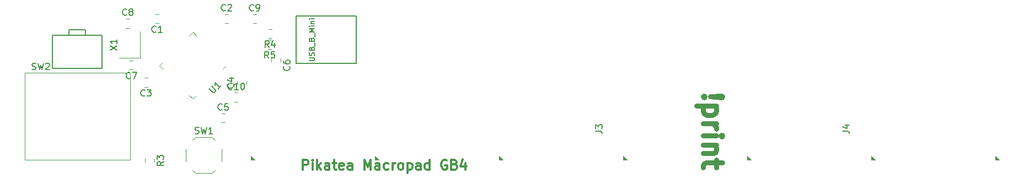
<source format=gbr>
%TF.GenerationSoftware,KiCad,Pcbnew,(5.1.6)-1*%
%TF.CreationDate,2022-02-11T00:07:08-06:00*%
%TF.ProjectId,Pikatea Macropad GB4,50696b61-7465-4612-904d-6163726f7061,rev?*%
%TF.SameCoordinates,Original*%
%TF.FileFunction,Legend,Top*%
%TF.FilePolarity,Positive*%
%FSLAX46Y46*%
G04 Gerber Fmt 4.6, Leading zero omitted, Abs format (unit mm)*
G04 Created by KiCad (PCBNEW (5.1.6)-1) date 2022-02-11 00:07:08*
%MOMM*%
%LPD*%
G01*
G04 APERTURE LIST*
%ADD10C,0.750000*%
%ADD11C,0.300000*%
%ADD12C,0.100000*%
%ADD13C,0.120000*%
%ADD14C,0.200000*%
%ADD15C,0.203200*%
%ADD16C,0.150000*%
G04 APERTURE END LIST*
D10*
X196728571Y-101885714D02*
X196585714Y-102028571D01*
X196442857Y-101885714D01*
X196585714Y-101742857D01*
X196728571Y-101885714D01*
X196442857Y-101885714D01*
X197585714Y-101885714D02*
X199300000Y-101742857D01*
X199442857Y-101885714D01*
X199300000Y-102028571D01*
X197585714Y-101885714D01*
X199442857Y-101885714D01*
X198442857Y-103314285D02*
X195442857Y-103314285D01*
X198300000Y-103314285D02*
X198442857Y-103600000D01*
X198442857Y-104171428D01*
X198300000Y-104457142D01*
X198157142Y-104600000D01*
X197871428Y-104742857D01*
X197014285Y-104742857D01*
X196728571Y-104600000D01*
X196585714Y-104457142D01*
X196442857Y-104171428D01*
X196442857Y-103600000D01*
X196585714Y-103314285D01*
X196442857Y-106028571D02*
X198442857Y-106028571D01*
X197871428Y-106028571D02*
X198157142Y-106171428D01*
X198300000Y-106314285D01*
X198442857Y-106600000D01*
X198442857Y-106885714D01*
X196442857Y-107885714D02*
X198442857Y-107885714D01*
X199442857Y-107885714D02*
X199300000Y-107742857D01*
X199157142Y-107885714D01*
X199300000Y-108028571D01*
X199442857Y-107885714D01*
X199157142Y-107885714D01*
X198442857Y-109314285D02*
X196442857Y-109314285D01*
X198157142Y-109314285D02*
X198300000Y-109457142D01*
X198442857Y-109742857D01*
X198442857Y-110171428D01*
X198300000Y-110457142D01*
X198014285Y-110600000D01*
X196442857Y-110600000D01*
X198442857Y-111600000D02*
X198442857Y-112742857D01*
X199442857Y-112028571D02*
X196871428Y-112028571D01*
X196585714Y-112171428D01*
X196442857Y-112457142D01*
X196442857Y-112742857D01*
D11*
X135000000Y-113078571D02*
X135000000Y-111578571D01*
X135571428Y-111578571D01*
X135714285Y-111650000D01*
X135785714Y-111721428D01*
X135857142Y-111864285D01*
X135857142Y-112078571D01*
X135785714Y-112221428D01*
X135714285Y-112292857D01*
X135571428Y-112364285D01*
X135000000Y-112364285D01*
X136500000Y-113078571D02*
X136500000Y-112078571D01*
X136500000Y-111578571D02*
X136428571Y-111650000D01*
X136500000Y-111721428D01*
X136571428Y-111650000D01*
X136500000Y-111578571D01*
X136500000Y-111721428D01*
X137214285Y-113078571D02*
X137214285Y-111578571D01*
X137357142Y-112507142D02*
X137785714Y-113078571D01*
X137785714Y-112078571D02*
X137214285Y-112650000D01*
X139071428Y-113078571D02*
X139071428Y-112292857D01*
X139000000Y-112150000D01*
X138857142Y-112078571D01*
X138571428Y-112078571D01*
X138428571Y-112150000D01*
X139071428Y-113007142D02*
X138928571Y-113078571D01*
X138571428Y-113078571D01*
X138428571Y-113007142D01*
X138357142Y-112864285D01*
X138357142Y-112721428D01*
X138428571Y-112578571D01*
X138571428Y-112507142D01*
X138928571Y-112507142D01*
X139071428Y-112435714D01*
X139571428Y-112078571D02*
X140142857Y-112078571D01*
X139785714Y-111578571D02*
X139785714Y-112864285D01*
X139857142Y-113007142D01*
X140000000Y-113078571D01*
X140142857Y-113078571D01*
X141214285Y-113007142D02*
X141071428Y-113078571D01*
X140785714Y-113078571D01*
X140642857Y-113007142D01*
X140571428Y-112864285D01*
X140571428Y-112292857D01*
X140642857Y-112150000D01*
X140785714Y-112078571D01*
X141071428Y-112078571D01*
X141214285Y-112150000D01*
X141285714Y-112292857D01*
X141285714Y-112435714D01*
X140571428Y-112578571D01*
X142571428Y-113078571D02*
X142571428Y-112292857D01*
X142500000Y-112150000D01*
X142357142Y-112078571D01*
X142071428Y-112078571D01*
X141928571Y-112150000D01*
X142571428Y-113007142D02*
X142428571Y-113078571D01*
X142071428Y-113078571D01*
X141928571Y-113007142D01*
X141857142Y-112864285D01*
X141857142Y-112721428D01*
X141928571Y-112578571D01*
X142071428Y-112507142D01*
X142428571Y-112507142D01*
X142571428Y-112435714D01*
X144428571Y-113078571D02*
X144428571Y-111578571D01*
X144928571Y-112650000D01*
X145428571Y-111578571D01*
X145428571Y-113078571D01*
X146785714Y-113078571D02*
X146785714Y-112292857D01*
X146714285Y-112150000D01*
X146571428Y-112078571D01*
X146285714Y-112078571D01*
X146142857Y-112150000D01*
X146785714Y-113007142D02*
X146642857Y-113078571D01*
X146285714Y-113078571D01*
X146142857Y-113007142D01*
X146071428Y-112864285D01*
X146071428Y-112721428D01*
X146142857Y-112578571D01*
X146285714Y-112507142D01*
X146642857Y-112507142D01*
X146785714Y-112435714D01*
X148142857Y-113007142D02*
X148000000Y-113078571D01*
X147714285Y-113078571D01*
X147571428Y-113007142D01*
X147500000Y-112935714D01*
X147428571Y-112792857D01*
X147428571Y-112364285D01*
X147500000Y-112221428D01*
X147571428Y-112150000D01*
X147714285Y-112078571D01*
X148000000Y-112078571D01*
X148142857Y-112150000D01*
X148785714Y-113078571D02*
X148785714Y-112078571D01*
X148785714Y-112364285D02*
X148857142Y-112221428D01*
X148928571Y-112150000D01*
X149071428Y-112078571D01*
X149214285Y-112078571D01*
X149928571Y-113078571D02*
X149785714Y-113007142D01*
X149714285Y-112935714D01*
X149642857Y-112792857D01*
X149642857Y-112364285D01*
X149714285Y-112221428D01*
X149785714Y-112150000D01*
X149928571Y-112078571D01*
X150142857Y-112078571D01*
X150285714Y-112150000D01*
X150357142Y-112221428D01*
X150428571Y-112364285D01*
X150428571Y-112792857D01*
X150357142Y-112935714D01*
X150285714Y-113007142D01*
X150142857Y-113078571D01*
X149928571Y-113078571D01*
X151071428Y-112078571D02*
X151071428Y-113578571D01*
X151071428Y-112150000D02*
X151214285Y-112078571D01*
X151500000Y-112078571D01*
X151642857Y-112150000D01*
X151714285Y-112221428D01*
X151785714Y-112364285D01*
X151785714Y-112792857D01*
X151714285Y-112935714D01*
X151642857Y-113007142D01*
X151500000Y-113078571D01*
X151214285Y-113078571D01*
X151071428Y-113007142D01*
X153071428Y-113078571D02*
X153071428Y-112292857D01*
X153000000Y-112150000D01*
X152857142Y-112078571D01*
X152571428Y-112078571D01*
X152428571Y-112150000D01*
X153071428Y-113007142D02*
X152928571Y-113078571D01*
X152571428Y-113078571D01*
X152428571Y-113007142D01*
X152357142Y-112864285D01*
X152357142Y-112721428D01*
X152428571Y-112578571D01*
X152571428Y-112507142D01*
X152928571Y-112507142D01*
X153071428Y-112435714D01*
X154428571Y-113078571D02*
X154428571Y-111578571D01*
X154428571Y-113007142D02*
X154285714Y-113078571D01*
X154000000Y-113078571D01*
X153857142Y-113007142D01*
X153785714Y-112935714D01*
X153714285Y-112792857D01*
X153714285Y-112364285D01*
X153785714Y-112221428D01*
X153857142Y-112150000D01*
X154000000Y-112078571D01*
X154285714Y-112078571D01*
X154428571Y-112150000D01*
X157071428Y-111650000D02*
X156928571Y-111578571D01*
X156714285Y-111578571D01*
X156500000Y-111650000D01*
X156357142Y-111792857D01*
X156285714Y-111935714D01*
X156214285Y-112221428D01*
X156214285Y-112435714D01*
X156285714Y-112721428D01*
X156357142Y-112864285D01*
X156500000Y-113007142D01*
X156714285Y-113078571D01*
X156857142Y-113078571D01*
X157071428Y-113007142D01*
X157142857Y-112935714D01*
X157142857Y-112435714D01*
X156857142Y-112435714D01*
X158285714Y-112292857D02*
X158500000Y-112364285D01*
X158571428Y-112435714D01*
X158642857Y-112578571D01*
X158642857Y-112792857D01*
X158571428Y-112935714D01*
X158500000Y-113007142D01*
X158357142Y-113078571D01*
X157785714Y-113078571D01*
X157785714Y-111578571D01*
X158285714Y-111578571D01*
X158428571Y-111650000D01*
X158500000Y-111721428D01*
X158571428Y-111864285D01*
X158571428Y-112007142D01*
X158500000Y-112150000D01*
X158428571Y-112221428D01*
X158285714Y-112292857D01*
X157785714Y-112292857D01*
X159928571Y-112078571D02*
X159928571Y-113078571D01*
X159571428Y-111507142D02*
X159214285Y-112578571D01*
X160142857Y-112578571D01*
D12*
%TO.C,D5*%
G36*
X203250000Y-110970000D02*
G01*
X203250000Y-111570000D01*
X203850000Y-111570000D01*
X203250000Y-110970000D01*
G37*
X203250000Y-110970000D02*
X203250000Y-111570000D01*
X203850000Y-111570000D01*
X203250000Y-110970000D01*
%TO.C,D7*%
G36*
X241350000Y-110970000D02*
G01*
X241350000Y-111570000D01*
X241950000Y-111570000D01*
X241350000Y-110970000D01*
G37*
X241350000Y-110970000D02*
X241350000Y-111570000D01*
X241950000Y-111570000D01*
X241350000Y-110970000D01*
%TO.C,D6*%
G36*
X222300000Y-110970000D02*
G01*
X222300000Y-111570000D01*
X222900000Y-111570000D01*
X222300000Y-110970000D01*
G37*
X222300000Y-110970000D02*
X222300000Y-111570000D01*
X222900000Y-111570000D01*
X222300000Y-110970000D01*
%TO.C,D4*%
G36*
X184200000Y-110970000D02*
G01*
X184200000Y-111570000D01*
X184800000Y-111570000D01*
X184200000Y-110970000D01*
G37*
X184200000Y-110970000D02*
X184200000Y-111570000D01*
X184800000Y-111570000D01*
X184200000Y-110970000D01*
%TO.C,D3*%
G36*
X165150000Y-110970000D02*
G01*
X165150000Y-111570000D01*
X165750000Y-111570000D01*
X165150000Y-110970000D01*
G37*
X165150000Y-110970000D02*
X165150000Y-111570000D01*
X165750000Y-111570000D01*
X165150000Y-110970000D01*
%TO.C,D2*%
G36*
X146100000Y-110970000D02*
G01*
X146100000Y-111570000D01*
X146700000Y-111570000D01*
X146100000Y-110970000D01*
G37*
X146100000Y-110970000D02*
X146100000Y-111570000D01*
X146700000Y-111570000D01*
X146100000Y-110970000D01*
%TO.C,D1*%
G36*
X127050000Y-110970000D02*
G01*
X127050000Y-111570000D01*
X127650000Y-111570000D01*
X127050000Y-110970000D01*
G37*
X127050000Y-110970000D02*
X127050000Y-111570000D01*
X127650000Y-111570000D01*
X127050000Y-110970000D01*
D13*
%TO.C,R5*%
X130158578Y-93140000D02*
X129641422Y-93140000D01*
X130158578Y-94560000D02*
X129641422Y-94560000D01*
%TO.C,R4*%
X130221078Y-91480000D02*
X129703922Y-91480000D01*
X130221078Y-92900000D02*
X129703922Y-92900000D01*
%TO.C,R3*%
X110796000Y-111422922D02*
X110796000Y-111940078D01*
X112216000Y-111422922D02*
X112216000Y-111940078D01*
%TO.C,C10*%
X124503922Y-102710000D02*
X125021078Y-102710000D01*
X124503922Y-101290000D02*
X125021078Y-101290000D01*
%TO.C,C9*%
X127327922Y-90626000D02*
X127845078Y-90626000D01*
X127327922Y-89206000D02*
X127845078Y-89206000D01*
%TO.C,C8*%
X107841422Y-91310000D02*
X108358578Y-91310000D01*
X107841422Y-89890000D02*
X108358578Y-89890000D01*
%TO.C,C7*%
X108892078Y-96318000D02*
X108374922Y-96318000D01*
X108892078Y-97738000D02*
X108374922Y-97738000D01*
%TO.C,C5*%
X122501922Y-105866000D02*
X123019078Y-105866000D01*
X122501922Y-104446000D02*
X123019078Y-104446000D01*
%TO.C,C4*%
X126310000Y-100021078D02*
X126310000Y-99503922D01*
X124890000Y-100021078D02*
X124890000Y-99503922D01*
%TO.C,C3*%
X111171078Y-98990000D02*
X110653922Y-98990000D01*
X111171078Y-100410000D02*
X110653922Y-100410000D01*
%TO.C,C2*%
X123009922Y-90626000D02*
X123527078Y-90626000D01*
X123009922Y-89206000D02*
X123527078Y-89206000D01*
%TO.C,C1*%
X112859078Y-89206000D02*
X112341922Y-89206000D01*
X112859078Y-90626000D02*
X112341922Y-90626000D01*
%TO.C,C6*%
X131610000Y-96028922D02*
X131610000Y-96546078D01*
X130190000Y-96028922D02*
X130190000Y-96546078D01*
%TO.C,U1*%
X122682659Y-97602652D02*
X123195311Y-97090000D01*
X112984689Y-97090000D02*
X113497341Y-97602652D01*
X113497341Y-96577348D02*
X112984689Y-97090000D01*
X118090000Y-91984689D02*
X118602652Y-92497341D01*
X117577348Y-92497341D02*
X118090000Y-91984689D01*
X118090000Y-102195311D02*
X117577348Y-101682659D01*
X118602652Y-101682659D02*
X118090000Y-102195311D01*
D14*
%TO.C,J1*%
X101600000Y-92420000D02*
X101600000Y-91620000D01*
X101600000Y-91620000D02*
X99050000Y-91620000D01*
X99050000Y-91620000D02*
X99050000Y-92420000D01*
D15*
X96540000Y-92430000D02*
X104160000Y-92430000D01*
X104160000Y-97510000D02*
X96540000Y-97510000D01*
X96540000Y-97510000D02*
X96540000Y-92430000D01*
X104160000Y-92430000D02*
X104160000Y-97510000D01*
D13*
%TO.C,SW1*%
X118536000Y-108116000D02*
X121036000Y-108116000D01*
X117036000Y-109866000D02*
X117036000Y-111866000D01*
X118536000Y-113616000D02*
X121036000Y-113616000D01*
X122536000Y-109866000D02*
X122536000Y-111866000D01*
X118086000Y-108566000D02*
X118536000Y-108116000D01*
X121486000Y-108566000D02*
X121036000Y-108116000D01*
X121486000Y-113166000D02*
X121036000Y-113616000D01*
X118086000Y-113166000D02*
X118536000Y-113616000D01*
D14*
%TO.C,J2*%
X143160000Y-89510000D02*
X133960000Y-89510000D01*
X143160000Y-96810000D02*
X143160000Y-89510000D01*
X133960000Y-96810000D02*
X143160000Y-96810000D01*
X133960000Y-89510000D02*
X133960000Y-96810000D01*
D13*
%TO.C,X1*%
X110020000Y-95896000D02*
X110020000Y-91896000D01*
X106820000Y-95896000D02*
X110020000Y-95896000D01*
%TO.C,SW2*%
X108500000Y-111600000D02*
X92300000Y-111600000D01*
X92300000Y-98200000D02*
X108500000Y-98200000D01*
X108500000Y-111600000D02*
X108500000Y-98200000D01*
X92300000Y-111600000D02*
X92300000Y-98200000D01*
%TO.C,J4*%
D16*
X217902380Y-107183333D02*
X218616666Y-107183333D01*
X218759523Y-107230952D01*
X218854761Y-107326190D01*
X218902380Y-107469047D01*
X218902380Y-107564285D01*
X218235714Y-106278571D02*
X218902380Y-106278571D01*
X217854761Y-106516666D02*
X218569047Y-106754761D01*
X218569047Y-106135714D01*
%TO.C,J3*%
X179952380Y-107183333D02*
X180666666Y-107183333D01*
X180809523Y-107230952D01*
X180904761Y-107326190D01*
X180952380Y-107469047D01*
X180952380Y-107564285D01*
X179952380Y-106802380D02*
X179952380Y-106183333D01*
X180333333Y-106516666D01*
X180333333Y-106373809D01*
X180380952Y-106278571D01*
X180428571Y-106230952D01*
X180523809Y-106183333D01*
X180761904Y-106183333D01*
X180857142Y-106230952D01*
X180904761Y-106278571D01*
X180952380Y-106373809D01*
X180952380Y-106659523D01*
X180904761Y-106754761D01*
X180857142Y-106802380D01*
%TO.C,R5*%
X129733333Y-95952380D02*
X129400000Y-95476190D01*
X129161904Y-95952380D02*
X129161904Y-94952380D01*
X129542857Y-94952380D01*
X129638095Y-95000000D01*
X129685714Y-95047619D01*
X129733333Y-95142857D01*
X129733333Y-95285714D01*
X129685714Y-95380952D01*
X129638095Y-95428571D01*
X129542857Y-95476190D01*
X129161904Y-95476190D01*
X130638095Y-94952380D02*
X130161904Y-94952380D01*
X130114285Y-95428571D01*
X130161904Y-95380952D01*
X130257142Y-95333333D01*
X130495238Y-95333333D01*
X130590476Y-95380952D01*
X130638095Y-95428571D01*
X130685714Y-95523809D01*
X130685714Y-95761904D01*
X130638095Y-95857142D01*
X130590476Y-95904761D01*
X130495238Y-95952380D01*
X130257142Y-95952380D01*
X130161904Y-95904761D01*
X130114285Y-95857142D01*
%TO.C,R4*%
X129795833Y-94292380D02*
X129462500Y-93816190D01*
X129224404Y-94292380D02*
X129224404Y-93292380D01*
X129605357Y-93292380D01*
X129700595Y-93340000D01*
X129748214Y-93387619D01*
X129795833Y-93482857D01*
X129795833Y-93625714D01*
X129748214Y-93720952D01*
X129700595Y-93768571D01*
X129605357Y-93816190D01*
X129224404Y-93816190D01*
X130652976Y-93625714D02*
X130652976Y-94292380D01*
X130414880Y-93244761D02*
X130176785Y-93959047D01*
X130795833Y-93959047D01*
%TO.C,R3*%
X113608380Y-111848166D02*
X113132190Y-112181500D01*
X113608380Y-112419595D02*
X112608380Y-112419595D01*
X112608380Y-112038642D01*
X112656000Y-111943404D01*
X112703619Y-111895785D01*
X112798857Y-111848166D01*
X112941714Y-111848166D01*
X113036952Y-111895785D01*
X113084571Y-111943404D01*
X113132190Y-112038642D01*
X113132190Y-112419595D01*
X112608380Y-111514833D02*
X112608380Y-110895785D01*
X112989333Y-111229119D01*
X112989333Y-111086261D01*
X113036952Y-110991023D01*
X113084571Y-110943404D01*
X113179809Y-110895785D01*
X113417904Y-110895785D01*
X113513142Y-110943404D01*
X113560761Y-110991023D01*
X113608380Y-111086261D01*
X113608380Y-111371976D01*
X113560761Y-111467214D01*
X113513142Y-111514833D01*
%TO.C,C10*%
X124119642Y-100707142D02*
X124072023Y-100754761D01*
X123929166Y-100802380D01*
X123833928Y-100802380D01*
X123691071Y-100754761D01*
X123595833Y-100659523D01*
X123548214Y-100564285D01*
X123500595Y-100373809D01*
X123500595Y-100230952D01*
X123548214Y-100040476D01*
X123595833Y-99945238D01*
X123691071Y-99850000D01*
X123833928Y-99802380D01*
X123929166Y-99802380D01*
X124072023Y-99850000D01*
X124119642Y-99897619D01*
X125072023Y-100802380D02*
X124500595Y-100802380D01*
X124786309Y-100802380D02*
X124786309Y-99802380D01*
X124691071Y-99945238D01*
X124595833Y-100040476D01*
X124500595Y-100088095D01*
X125691071Y-99802380D02*
X125786309Y-99802380D01*
X125881547Y-99850000D01*
X125929166Y-99897619D01*
X125976785Y-99992857D01*
X126024404Y-100183333D01*
X126024404Y-100421428D01*
X125976785Y-100611904D01*
X125929166Y-100707142D01*
X125881547Y-100754761D01*
X125786309Y-100802380D01*
X125691071Y-100802380D01*
X125595833Y-100754761D01*
X125548214Y-100707142D01*
X125500595Y-100611904D01*
X125452976Y-100421428D01*
X125452976Y-100183333D01*
X125500595Y-99992857D01*
X125548214Y-99897619D01*
X125595833Y-99850000D01*
X125691071Y-99802380D01*
%TO.C,C9*%
X127419833Y-88623142D02*
X127372214Y-88670761D01*
X127229357Y-88718380D01*
X127134119Y-88718380D01*
X126991261Y-88670761D01*
X126896023Y-88575523D01*
X126848404Y-88480285D01*
X126800785Y-88289809D01*
X126800785Y-88146952D01*
X126848404Y-87956476D01*
X126896023Y-87861238D01*
X126991261Y-87766000D01*
X127134119Y-87718380D01*
X127229357Y-87718380D01*
X127372214Y-87766000D01*
X127419833Y-87813619D01*
X127896023Y-88718380D02*
X128086500Y-88718380D01*
X128181738Y-88670761D01*
X128229357Y-88623142D01*
X128324595Y-88480285D01*
X128372214Y-88289809D01*
X128372214Y-87908857D01*
X128324595Y-87813619D01*
X128276976Y-87766000D01*
X128181738Y-87718380D01*
X127991261Y-87718380D01*
X127896023Y-87766000D01*
X127848404Y-87813619D01*
X127800785Y-87908857D01*
X127800785Y-88146952D01*
X127848404Y-88242190D01*
X127896023Y-88289809D01*
X127991261Y-88337428D01*
X128181738Y-88337428D01*
X128276976Y-88289809D01*
X128324595Y-88242190D01*
X128372214Y-88146952D01*
%TO.C,C8*%
X107933333Y-89307142D02*
X107885714Y-89354761D01*
X107742857Y-89402380D01*
X107647619Y-89402380D01*
X107504761Y-89354761D01*
X107409523Y-89259523D01*
X107361904Y-89164285D01*
X107314285Y-88973809D01*
X107314285Y-88830952D01*
X107361904Y-88640476D01*
X107409523Y-88545238D01*
X107504761Y-88450000D01*
X107647619Y-88402380D01*
X107742857Y-88402380D01*
X107885714Y-88450000D01*
X107933333Y-88497619D01*
X108504761Y-88830952D02*
X108409523Y-88783333D01*
X108361904Y-88735714D01*
X108314285Y-88640476D01*
X108314285Y-88592857D01*
X108361904Y-88497619D01*
X108409523Y-88450000D01*
X108504761Y-88402380D01*
X108695238Y-88402380D01*
X108790476Y-88450000D01*
X108838095Y-88497619D01*
X108885714Y-88592857D01*
X108885714Y-88640476D01*
X108838095Y-88735714D01*
X108790476Y-88783333D01*
X108695238Y-88830952D01*
X108504761Y-88830952D01*
X108409523Y-88878571D01*
X108361904Y-88926190D01*
X108314285Y-89021428D01*
X108314285Y-89211904D01*
X108361904Y-89307142D01*
X108409523Y-89354761D01*
X108504761Y-89402380D01*
X108695238Y-89402380D01*
X108790476Y-89354761D01*
X108838095Y-89307142D01*
X108885714Y-89211904D01*
X108885714Y-89021428D01*
X108838095Y-88926190D01*
X108790476Y-88878571D01*
X108695238Y-88830952D01*
%TO.C,C7*%
X108466833Y-99035142D02*
X108419214Y-99082761D01*
X108276357Y-99130380D01*
X108181119Y-99130380D01*
X108038261Y-99082761D01*
X107943023Y-98987523D01*
X107895404Y-98892285D01*
X107847785Y-98701809D01*
X107847785Y-98558952D01*
X107895404Y-98368476D01*
X107943023Y-98273238D01*
X108038261Y-98178000D01*
X108181119Y-98130380D01*
X108276357Y-98130380D01*
X108419214Y-98178000D01*
X108466833Y-98225619D01*
X108800166Y-98130380D02*
X109466833Y-98130380D01*
X109038261Y-99130380D01*
%TO.C,C5*%
X122593833Y-103863142D02*
X122546214Y-103910761D01*
X122403357Y-103958380D01*
X122308119Y-103958380D01*
X122165261Y-103910761D01*
X122070023Y-103815523D01*
X122022404Y-103720285D01*
X121974785Y-103529809D01*
X121974785Y-103386952D01*
X122022404Y-103196476D01*
X122070023Y-103101238D01*
X122165261Y-103006000D01*
X122308119Y-102958380D01*
X122403357Y-102958380D01*
X122546214Y-103006000D01*
X122593833Y-103053619D01*
X123498595Y-102958380D02*
X123022404Y-102958380D01*
X122974785Y-103434571D01*
X123022404Y-103386952D01*
X123117642Y-103339333D01*
X123355738Y-103339333D01*
X123450976Y-103386952D01*
X123498595Y-103434571D01*
X123546214Y-103529809D01*
X123546214Y-103767904D01*
X123498595Y-103863142D01*
X123450976Y-103910761D01*
X123355738Y-103958380D01*
X123117642Y-103958380D01*
X123022404Y-103910761D01*
X122974785Y-103863142D01*
%TO.C,C4*%
X124307142Y-99929166D02*
X124354761Y-99976785D01*
X124402380Y-100119642D01*
X124402380Y-100214880D01*
X124354761Y-100357738D01*
X124259523Y-100452976D01*
X124164285Y-100500595D01*
X123973809Y-100548214D01*
X123830952Y-100548214D01*
X123640476Y-100500595D01*
X123545238Y-100452976D01*
X123450000Y-100357738D01*
X123402380Y-100214880D01*
X123402380Y-100119642D01*
X123450000Y-99976785D01*
X123497619Y-99929166D01*
X123735714Y-99072023D02*
X124402380Y-99072023D01*
X123354761Y-99310119D02*
X124069047Y-99548214D01*
X124069047Y-98929166D01*
%TO.C,C3*%
X110745833Y-101707142D02*
X110698214Y-101754761D01*
X110555357Y-101802380D01*
X110460119Y-101802380D01*
X110317261Y-101754761D01*
X110222023Y-101659523D01*
X110174404Y-101564285D01*
X110126785Y-101373809D01*
X110126785Y-101230952D01*
X110174404Y-101040476D01*
X110222023Y-100945238D01*
X110317261Y-100850000D01*
X110460119Y-100802380D01*
X110555357Y-100802380D01*
X110698214Y-100850000D01*
X110745833Y-100897619D01*
X111079166Y-100802380D02*
X111698214Y-100802380D01*
X111364880Y-101183333D01*
X111507738Y-101183333D01*
X111602976Y-101230952D01*
X111650595Y-101278571D01*
X111698214Y-101373809D01*
X111698214Y-101611904D01*
X111650595Y-101707142D01*
X111602976Y-101754761D01*
X111507738Y-101802380D01*
X111222023Y-101802380D01*
X111126785Y-101754761D01*
X111079166Y-101707142D01*
%TO.C,C2*%
X123101833Y-88623142D02*
X123054214Y-88670761D01*
X122911357Y-88718380D01*
X122816119Y-88718380D01*
X122673261Y-88670761D01*
X122578023Y-88575523D01*
X122530404Y-88480285D01*
X122482785Y-88289809D01*
X122482785Y-88146952D01*
X122530404Y-87956476D01*
X122578023Y-87861238D01*
X122673261Y-87766000D01*
X122816119Y-87718380D01*
X122911357Y-87718380D01*
X123054214Y-87766000D01*
X123101833Y-87813619D01*
X123482785Y-87813619D02*
X123530404Y-87766000D01*
X123625642Y-87718380D01*
X123863738Y-87718380D01*
X123958976Y-87766000D01*
X124006595Y-87813619D01*
X124054214Y-87908857D01*
X124054214Y-88004095D01*
X124006595Y-88146952D01*
X123435166Y-88718380D01*
X124054214Y-88718380D01*
%TO.C,C1*%
X112433833Y-91923142D02*
X112386214Y-91970761D01*
X112243357Y-92018380D01*
X112148119Y-92018380D01*
X112005261Y-91970761D01*
X111910023Y-91875523D01*
X111862404Y-91780285D01*
X111814785Y-91589809D01*
X111814785Y-91446952D01*
X111862404Y-91256476D01*
X111910023Y-91161238D01*
X112005261Y-91066000D01*
X112148119Y-91018380D01*
X112243357Y-91018380D01*
X112386214Y-91066000D01*
X112433833Y-91113619D01*
X113386214Y-92018380D02*
X112814785Y-92018380D01*
X113100500Y-92018380D02*
X113100500Y-91018380D01*
X113005261Y-91161238D01*
X112910023Y-91256476D01*
X112814785Y-91304095D01*
%TO.C,C6*%
X132907142Y-97220666D02*
X132954761Y-97268285D01*
X133002380Y-97411142D01*
X133002380Y-97506380D01*
X132954761Y-97649238D01*
X132859523Y-97744476D01*
X132764285Y-97792095D01*
X132573809Y-97839714D01*
X132430952Y-97839714D01*
X132240476Y-97792095D01*
X132145238Y-97744476D01*
X132050000Y-97649238D01*
X132002380Y-97506380D01*
X132002380Y-97411142D01*
X132050000Y-97268285D01*
X132097619Y-97220666D01*
X132002380Y-96363523D02*
X132002380Y-96554000D01*
X132050000Y-96649238D01*
X132097619Y-96696857D01*
X132240476Y-96792095D01*
X132430952Y-96839714D01*
X132811904Y-96839714D01*
X132907142Y-96792095D01*
X132954761Y-96744476D01*
X133002380Y-96649238D01*
X133002380Y-96458761D01*
X132954761Y-96363523D01*
X132907142Y-96315904D01*
X132811904Y-96268285D01*
X132573809Y-96268285D01*
X132478571Y-96315904D01*
X132430952Y-96363523D01*
X132383333Y-96458761D01*
X132383333Y-96649238D01*
X132430952Y-96744476D01*
X132478571Y-96792095D01*
X132573809Y-96839714D01*
%TO.C,U1*%
X120572281Y-100649777D02*
X121144701Y-101222197D01*
X121245716Y-101255869D01*
X121313060Y-101255869D01*
X121414075Y-101222197D01*
X121548762Y-101087510D01*
X121582434Y-100986495D01*
X121582434Y-100919151D01*
X121548762Y-100818136D01*
X120976342Y-100245716D01*
X122390556Y-100245716D02*
X121986495Y-100649777D01*
X122188525Y-100447747D02*
X121481419Y-99740640D01*
X121515090Y-99908999D01*
X121515090Y-100043686D01*
X121481419Y-100144701D01*
%TO.C,SW1*%
X118452666Y-107520761D02*
X118595523Y-107568380D01*
X118833619Y-107568380D01*
X118928857Y-107520761D01*
X118976476Y-107473142D01*
X119024095Y-107377904D01*
X119024095Y-107282666D01*
X118976476Y-107187428D01*
X118928857Y-107139809D01*
X118833619Y-107092190D01*
X118643142Y-107044571D01*
X118547904Y-106996952D01*
X118500285Y-106949333D01*
X118452666Y-106854095D01*
X118452666Y-106758857D01*
X118500285Y-106663619D01*
X118547904Y-106616000D01*
X118643142Y-106568380D01*
X118881238Y-106568380D01*
X119024095Y-106616000D01*
X119357428Y-106568380D02*
X119595523Y-107568380D01*
X119786000Y-106854095D01*
X119976476Y-107568380D01*
X120214571Y-106568380D01*
X121119333Y-107568380D02*
X120547904Y-107568380D01*
X120833619Y-107568380D02*
X120833619Y-106568380D01*
X120738380Y-106711238D01*
X120643142Y-106806476D01*
X120547904Y-106854095D01*
%TO.C,J2*%
X135981904Y-96359047D02*
X136629523Y-96359047D01*
X136705714Y-96320952D01*
X136743809Y-96282857D01*
X136781904Y-96206666D01*
X136781904Y-96054285D01*
X136743809Y-95978095D01*
X136705714Y-95940000D01*
X136629523Y-95901904D01*
X135981904Y-95901904D01*
X136743809Y-95559047D02*
X136781904Y-95444761D01*
X136781904Y-95254285D01*
X136743809Y-95178095D01*
X136705714Y-95140000D01*
X136629523Y-95101904D01*
X136553333Y-95101904D01*
X136477142Y-95140000D01*
X136439047Y-95178095D01*
X136400952Y-95254285D01*
X136362857Y-95406666D01*
X136324761Y-95482857D01*
X136286666Y-95520952D01*
X136210476Y-95559047D01*
X136134285Y-95559047D01*
X136058095Y-95520952D01*
X136020000Y-95482857D01*
X135981904Y-95406666D01*
X135981904Y-95216190D01*
X136020000Y-95101904D01*
X136362857Y-94492380D02*
X136400952Y-94378095D01*
X136439047Y-94340000D01*
X136515238Y-94301904D01*
X136629523Y-94301904D01*
X136705714Y-94340000D01*
X136743809Y-94378095D01*
X136781904Y-94454285D01*
X136781904Y-94759047D01*
X135981904Y-94759047D01*
X135981904Y-94492380D01*
X136020000Y-94416190D01*
X136058095Y-94378095D01*
X136134285Y-94340000D01*
X136210476Y-94340000D01*
X136286666Y-94378095D01*
X136324761Y-94416190D01*
X136362857Y-94492380D01*
X136362857Y-94759047D01*
X136858095Y-94149523D02*
X136858095Y-93540000D01*
X136362857Y-93082857D02*
X136400952Y-92968571D01*
X136439047Y-92930476D01*
X136515238Y-92892380D01*
X136629523Y-92892380D01*
X136705714Y-92930476D01*
X136743809Y-92968571D01*
X136781904Y-93044761D01*
X136781904Y-93349523D01*
X135981904Y-93349523D01*
X135981904Y-93082857D01*
X136020000Y-93006666D01*
X136058095Y-92968571D01*
X136134285Y-92930476D01*
X136210476Y-92930476D01*
X136286666Y-92968571D01*
X136324761Y-93006666D01*
X136362857Y-93082857D01*
X136362857Y-93349523D01*
X136858095Y-92740000D02*
X136858095Y-92130476D01*
X136781904Y-91940000D02*
X135981904Y-91940000D01*
X136553333Y-91673333D01*
X135981904Y-91406666D01*
X136781904Y-91406666D01*
X136781904Y-91025714D02*
X136248571Y-91025714D01*
X135981904Y-91025714D02*
X136020000Y-91063809D01*
X136058095Y-91025714D01*
X136020000Y-90987619D01*
X135981904Y-91025714D01*
X136058095Y-91025714D01*
X136248571Y-90644761D02*
X136781904Y-90644761D01*
X136324761Y-90644761D02*
X136286666Y-90606666D01*
X136248571Y-90530476D01*
X136248571Y-90416190D01*
X136286666Y-90340000D01*
X136362857Y-90301904D01*
X136781904Y-90301904D01*
X136781904Y-89920952D02*
X136248571Y-89920952D01*
X135981904Y-89920952D02*
X136020000Y-89959047D01*
X136058095Y-89920952D01*
X136020000Y-89882857D01*
X135981904Y-89920952D01*
X136058095Y-89920952D01*
%TO.C,X1*%
X105422380Y-94705523D02*
X106422380Y-94038857D01*
X105422380Y-94038857D02*
X106422380Y-94705523D01*
X106422380Y-93134095D02*
X106422380Y-93705523D01*
X106422380Y-93419809D02*
X105422380Y-93419809D01*
X105565238Y-93515047D01*
X105660476Y-93610285D01*
X105708095Y-93705523D01*
%TO.C,SW2*%
X93408666Y-97686761D02*
X93551523Y-97734380D01*
X93789619Y-97734380D01*
X93884857Y-97686761D01*
X93932476Y-97639142D01*
X93980095Y-97543904D01*
X93980095Y-97448666D01*
X93932476Y-97353428D01*
X93884857Y-97305809D01*
X93789619Y-97258190D01*
X93599142Y-97210571D01*
X93503904Y-97162952D01*
X93456285Y-97115333D01*
X93408666Y-97020095D01*
X93408666Y-96924857D01*
X93456285Y-96829619D01*
X93503904Y-96782000D01*
X93599142Y-96734380D01*
X93837238Y-96734380D01*
X93980095Y-96782000D01*
X94313428Y-96734380D02*
X94551523Y-97734380D01*
X94742000Y-97020095D01*
X94932476Y-97734380D01*
X95170571Y-96734380D01*
X95503904Y-96829619D02*
X95551523Y-96782000D01*
X95646761Y-96734380D01*
X95884857Y-96734380D01*
X95980095Y-96782000D01*
X96027714Y-96829619D01*
X96075333Y-96924857D01*
X96075333Y-97020095D01*
X96027714Y-97162952D01*
X95456285Y-97734380D01*
X96075333Y-97734380D01*
%TD*%
M02*

</source>
